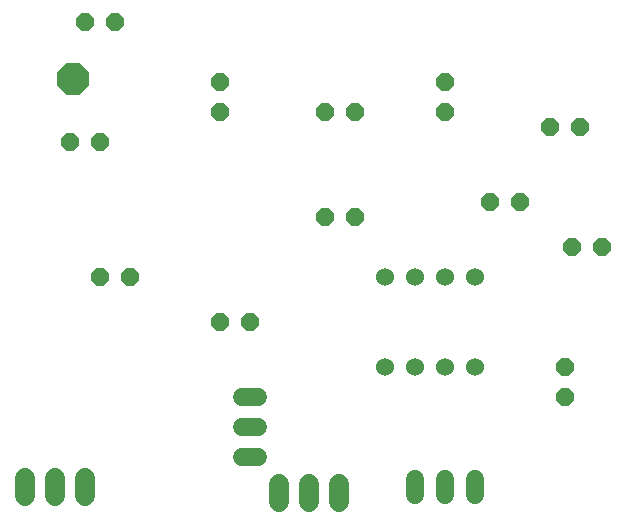
<source format=gbr>
G04 EAGLE Gerber RS-274X export*
G75*
%MOMM*%
%FSLAX34Y34*%
%LPD*%
%INSoldermask Bottom*%
%IPPOS*%
%AMOC8*
5,1,8,0,0,1.08239X$1,22.5*%
G01*
%ADD10C,1.524000*%
%ADD11P,1.649562X8X202.500000*%
%ADD12P,1.649562X8X22.500000*%
%ADD13P,1.649562X8X112.500000*%
%ADD14C,1.524000*%
%ADD15P,2.969212X8X22.500000*%
%ADD16C,1.727200*%


D10*
X469900Y190500D03*
X495300Y190500D03*
X495300Y266700D03*
X469900Y266700D03*
X520700Y190500D03*
X546100Y190500D03*
X520700Y266700D03*
X546100Y266700D03*
D11*
X228600Y381000D03*
X203200Y381000D03*
D12*
X330200Y228600D03*
X355600Y228600D03*
D13*
X622300Y165100D03*
X622300Y190500D03*
D12*
X228600Y266700D03*
X254000Y266700D03*
X215900Y482600D03*
X241300Y482600D03*
X419100Y317500D03*
X444500Y317500D03*
D13*
X520700Y406400D03*
X520700Y431800D03*
X330200Y406400D03*
X330200Y431800D03*
D11*
X635000Y393700D03*
X609600Y393700D03*
D12*
X419100Y406400D03*
X444500Y406400D03*
D11*
X584200Y330200D03*
X558800Y330200D03*
D12*
X628500Y292100D03*
X653900Y292100D03*
D14*
X495300Y95504D02*
X495300Y82296D01*
X546100Y82296D02*
X546100Y95504D01*
X520700Y95504D02*
X520700Y82296D01*
X362204Y114300D02*
X348996Y114300D01*
X348996Y165100D02*
X362204Y165100D01*
X362204Y139700D02*
X348996Y139700D01*
D15*
X205900Y434200D03*
D16*
X380200Y91120D02*
X380200Y75880D01*
X405600Y75880D02*
X405600Y91120D01*
X431000Y91120D02*
X431000Y75880D01*
X165100Y81280D02*
X165100Y96520D01*
X190500Y96520D02*
X190500Y81280D01*
X215900Y81280D02*
X215900Y96520D01*
M02*

</source>
